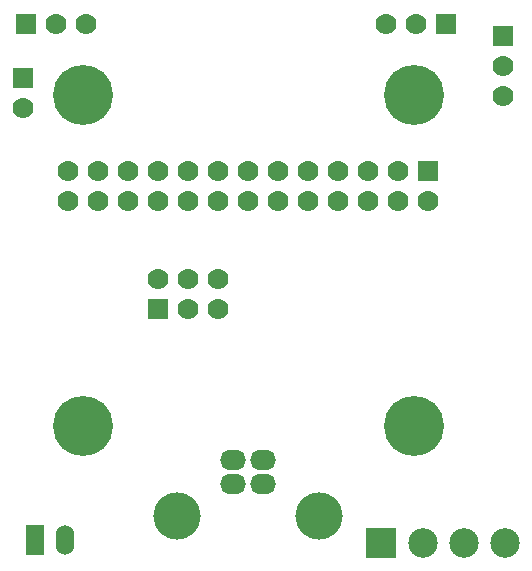
<source format=gbs>
G04 #@! TF.FileFunction,Soldermask,Bot*
%FSLAX46Y46*%
G04 Gerber Fmt 4.6, Leading zero omitted, Abs format (unit mm)*
G04 Created by KiCad (PCBNEW (2015-07-24 BZR 5989, Git 9b9c794)-product) date 1/12/2015 8:53:28 AM*
%MOMM*%
G01*
G04 APERTURE LIST*
%ADD10C,0.150000*%
%ADD11R,1.778000X1.778000*%
%ADD12C,1.778000*%
%ADD13C,5.080000*%
%ADD14O,2.200000X1.700000*%
%ADD15C,4.000000*%
%ADD16R,1.524000X2.540000*%
%ADD17O,1.524000X2.540000*%
%ADD18R,2.500000X2.500000*%
%ADD19C,2.500000*%
G04 APERTURE END LIST*
D10*
D11*
X135380000Y-106064000D03*
D12*
X135380000Y-103524000D03*
X137920000Y-106064000D03*
X137920000Y-103524000D03*
X140460000Y-106064000D03*
X140460000Y-103524000D03*
D11*
X124204000Y-81934000D03*
D12*
X126744000Y-81934000D03*
X129284000Y-81934000D03*
D13*
X129000000Y-88000000D03*
X157000000Y-116000000D03*
X157000000Y-88000000D03*
X129000000Y-116000000D03*
D14*
X144250000Y-118880000D03*
X141750000Y-118880000D03*
X141750000Y-120880000D03*
X144250000Y-120880000D03*
D15*
X149020000Y-123590000D03*
X136980000Y-123590000D03*
D11*
X123950000Y-86506000D03*
D12*
X123950000Y-89046000D03*
D16*
X124966000Y-125622000D03*
D17*
X127506000Y-125622000D03*
D11*
X158240000Y-94380000D03*
D12*
X148080000Y-96920000D03*
X145540000Y-94380000D03*
X145540000Y-96920000D03*
X143000000Y-94380000D03*
X143000000Y-96920000D03*
X140460000Y-94380000D03*
X140460000Y-96920000D03*
X158240000Y-96920000D03*
X155700000Y-94380000D03*
X155700000Y-96920000D03*
X153160000Y-94380000D03*
X153160000Y-96920000D03*
X150620000Y-94380000D03*
X150620000Y-96920000D03*
X148080000Y-94380000D03*
X137920000Y-94380000D03*
X137920000Y-96920000D03*
X135380000Y-94380000D03*
X135380000Y-96920000D03*
X132840000Y-94380000D03*
X132840000Y-96920000D03*
X130300000Y-94380000D03*
X130300000Y-96920000D03*
X127760000Y-94380000D03*
X127760000Y-96920000D03*
D11*
X159764000Y-81934000D03*
D12*
X157224000Y-81934000D03*
X154684000Y-81934000D03*
D11*
X164590000Y-82950000D03*
D12*
X164590000Y-85490000D03*
X164590000Y-88030000D03*
D18*
X154260000Y-125876000D03*
D19*
X157760000Y-125876000D03*
X161260000Y-125876000D03*
X164760000Y-125876000D03*
M02*

</source>
